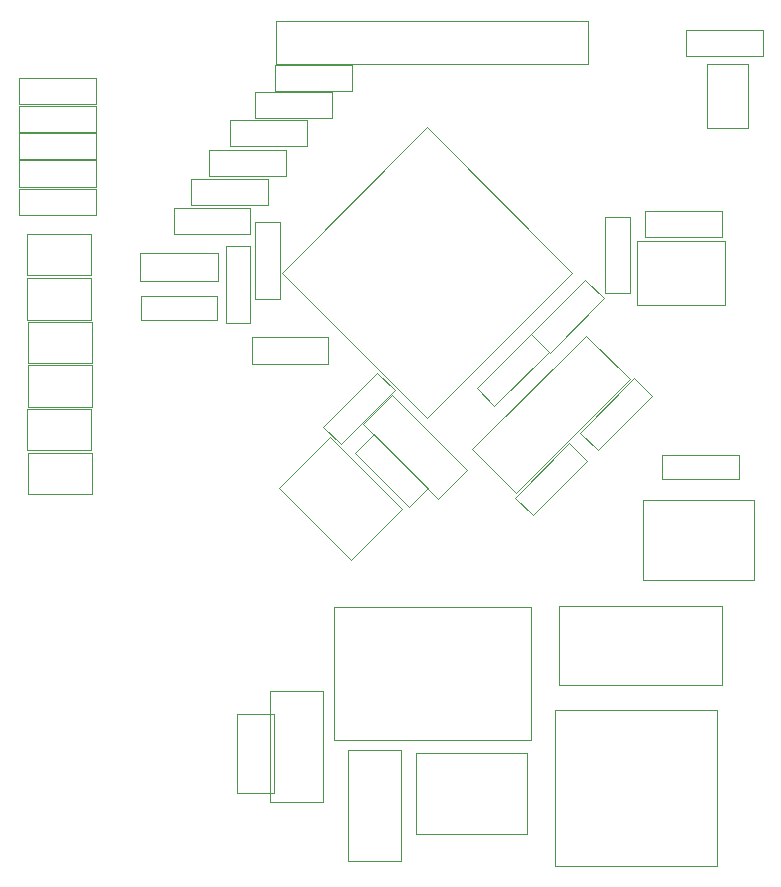
<source format=gbr>
G04 #@! TF.FileFunction,Other,User*
%FSLAX46Y46*%
G04 Gerber Fmt 4.6, Leading zero omitted, Abs format (unit mm)*
G04 Created by KiCad (PCBNEW 4.0.7) date 06/18/18 23:10:02*
%MOMM*%
%LPD*%
G01*
G04 APERTURE LIST*
%ADD10C,0.100000*%
%ADD11C,0.050000*%
G04 APERTURE END LIST*
D10*
D11*
X63954416Y-59750000D02*
X70070889Y-65866474D01*
X70070889Y-65866474D02*
X74419596Y-61517767D01*
X74419596Y-61517767D02*
X68303122Y-55401293D01*
X68303122Y-55401293D02*
X63954416Y-59750000D01*
X95540559Y-51944365D02*
X90944365Y-56540559D01*
X95540559Y-51944365D02*
X94055635Y-50459441D01*
X89459441Y-55055635D02*
X90944365Y-56540559D01*
X89459441Y-55055635D02*
X94055635Y-50459441D01*
X90040559Y-57444365D02*
X85444365Y-62040559D01*
X90040559Y-57444365D02*
X88555635Y-55959441D01*
X83959441Y-60555635D02*
X85444365Y-62040559D01*
X83959441Y-60555635D02*
X88555635Y-55959441D01*
X64050000Y-37250000D02*
X64050000Y-43750000D01*
X64050000Y-37250000D02*
X61950000Y-37250000D01*
X61950000Y-43750000D02*
X64050000Y-43750000D01*
X61950000Y-43750000D02*
X61950000Y-37250000D01*
X80709441Y-51305635D02*
X85305635Y-46709441D01*
X80709441Y-51305635D02*
X82194365Y-52790559D01*
X86790559Y-48194365D02*
X85305635Y-46709441D01*
X86790559Y-48194365D02*
X82194365Y-52790559D01*
X52250000Y-43450000D02*
X58750000Y-43450000D01*
X52250000Y-43450000D02*
X52250000Y-45550000D01*
X58750000Y-45550000D02*
X58750000Y-43450000D01*
X58750000Y-45550000D02*
X52250000Y-45550000D01*
X59450000Y-45750000D02*
X59450000Y-39250000D01*
X59450000Y-45750000D02*
X61550000Y-45750000D01*
X61550000Y-39250000D02*
X59450000Y-39250000D01*
X61550000Y-39250000D02*
X61550000Y-45750000D01*
X85000000Y-89000000D02*
X75600000Y-89000000D01*
X85000000Y-89000000D02*
X85000000Y-82200000D01*
X75600000Y-82200000D02*
X75600000Y-89000000D01*
X75600000Y-82200000D02*
X85000000Y-82200000D01*
X93650000Y-36750000D02*
X93650000Y-43250000D01*
X93650000Y-36750000D02*
X91550000Y-36750000D01*
X91550000Y-43250000D02*
X93650000Y-43250000D01*
X91550000Y-43250000D02*
X91550000Y-36750000D01*
X73790559Y-51444365D02*
X69194365Y-56040559D01*
X73790559Y-51444365D02*
X72305635Y-49959441D01*
X67709441Y-54555635D02*
X69194365Y-56040559D01*
X67709441Y-54555635D02*
X72305635Y-49959441D01*
X104150000Y-67550000D02*
X94750000Y-67550000D01*
X104150000Y-67550000D02*
X104150000Y-60750000D01*
X94750000Y-60750000D02*
X94750000Y-67550000D01*
X94750000Y-60750000D02*
X104150000Y-60750000D01*
X102900000Y-59000000D02*
X96400000Y-59000000D01*
X102900000Y-59000000D02*
X102900000Y-56900000D01*
X96400000Y-56900000D02*
X96400000Y-59000000D01*
X96400000Y-56900000D02*
X102900000Y-56900000D01*
X42700000Y-56750000D02*
X48100000Y-56750000D01*
X48100000Y-56750000D02*
X48100000Y-60250000D01*
X48100000Y-60250000D02*
X42700000Y-60250000D01*
X42700000Y-60250000D02*
X42700000Y-56750000D01*
X42700000Y-45650000D02*
X48100000Y-45650000D01*
X48100000Y-45650000D02*
X48100000Y-49150000D01*
X48100000Y-49150000D02*
X42700000Y-49150000D01*
X42700000Y-49150000D02*
X42700000Y-45650000D01*
X42675000Y-53025000D02*
X48075000Y-53025000D01*
X48075000Y-53025000D02*
X48075000Y-56525000D01*
X48075000Y-56525000D02*
X42675000Y-56525000D01*
X42675000Y-56525000D02*
X42675000Y-53025000D01*
X42675000Y-41975000D02*
X48075000Y-41975000D01*
X48075000Y-41975000D02*
X48075000Y-45475000D01*
X48075000Y-45475000D02*
X42675000Y-45475000D01*
X42675000Y-45475000D02*
X42675000Y-41975000D01*
X42700000Y-49350000D02*
X48100000Y-49350000D01*
X48100000Y-49350000D02*
X48100000Y-52850000D01*
X48100000Y-52850000D02*
X42700000Y-52850000D01*
X42700000Y-52850000D02*
X42700000Y-49350000D01*
X42675000Y-38225000D02*
X48075000Y-38225000D01*
X48075000Y-38225000D02*
X48075000Y-41725000D01*
X48075000Y-41725000D02*
X42675000Y-41725000D01*
X42675000Y-41725000D02*
X42675000Y-38225000D01*
X63200000Y-86300000D02*
X63200000Y-76900000D01*
X63200000Y-76900000D02*
X67700000Y-76900000D01*
X67700000Y-76900000D02*
X67700000Y-86300000D01*
X67700000Y-86300000D02*
X63200000Y-86300000D01*
X69800000Y-91300000D02*
X69800000Y-81900000D01*
X69800000Y-81900000D02*
X74300000Y-81900000D01*
X74300000Y-81900000D02*
X74300000Y-91300000D01*
X74300000Y-91300000D02*
X69800000Y-91300000D01*
X87700000Y-69700000D02*
X101500000Y-69700000D01*
X101500000Y-69700000D02*
X101500000Y-76400000D01*
X101500000Y-76400000D02*
X87700000Y-76400000D01*
X87700000Y-76400000D02*
X87700000Y-69700000D01*
X77444544Y-60669417D02*
X71080583Y-54305456D01*
X71080583Y-54305456D02*
X73555456Y-51830583D01*
X73555456Y-51830583D02*
X79919417Y-58194544D01*
X79919417Y-58194544D02*
X77444544Y-60669417D01*
X103675000Y-23875000D02*
X103675000Y-29275000D01*
X103675000Y-29275000D02*
X100175000Y-29275000D01*
X100175000Y-29275000D02*
X100175000Y-23875000D01*
X100175000Y-23875000D02*
X103675000Y-23875000D01*
X60420000Y-85550000D02*
X60420000Y-78850000D01*
X60420000Y-85550000D02*
X63580000Y-85550000D01*
X63580000Y-78850000D02*
X60420000Y-78850000D01*
X63580000Y-78850000D02*
X63580000Y-85550000D01*
X63700000Y-23800000D02*
X90150000Y-23800000D01*
X90150000Y-23800000D02*
X90150000Y-20200000D01*
X90150000Y-20200000D02*
X63700000Y-20200000D01*
X63700000Y-20200000D02*
X63700000Y-23800000D01*
X52200000Y-39800000D02*
X58800000Y-39800000D01*
X52200000Y-42200000D02*
X58800000Y-42200000D01*
X52200000Y-39800000D02*
X52200000Y-42200000D01*
X58800000Y-39800000D02*
X58800000Y-42200000D01*
X87340000Y-78500000D02*
X101060000Y-78500000D01*
X101060000Y-78500000D02*
X101060000Y-91700000D01*
X101060000Y-91700000D02*
X87340000Y-91700000D01*
X87340000Y-91700000D02*
X87340000Y-78500000D01*
X55050000Y-35990000D02*
X61550000Y-35990000D01*
X55050000Y-35990000D02*
X55050000Y-38200000D01*
X61550000Y-38200000D02*
X61550000Y-35990000D01*
X61550000Y-38200000D02*
X55050000Y-38200000D01*
X59850000Y-28590000D02*
X66350000Y-28590000D01*
X59850000Y-28590000D02*
X59850000Y-30800000D01*
X66350000Y-30800000D02*
X66350000Y-28590000D01*
X66350000Y-30800000D02*
X59850000Y-30800000D01*
X56550000Y-33590000D02*
X63050000Y-33590000D01*
X56550000Y-33590000D02*
X56550000Y-35800000D01*
X63050000Y-35800000D02*
X63050000Y-33590000D01*
X63050000Y-35800000D02*
X56550000Y-35800000D01*
X61950000Y-26190000D02*
X68450000Y-26190000D01*
X61950000Y-26190000D02*
X61950000Y-28400000D01*
X68450000Y-28400000D02*
X68450000Y-26190000D01*
X68450000Y-28400000D02*
X61950000Y-28400000D01*
X58050000Y-31090000D02*
X64550000Y-31090000D01*
X58050000Y-31090000D02*
X58050000Y-33300000D01*
X64550000Y-33300000D02*
X64550000Y-31090000D01*
X64550000Y-33300000D02*
X58050000Y-33300000D01*
X63650000Y-23890000D02*
X70150000Y-23890000D01*
X63650000Y-23890000D02*
X63650000Y-26100000D01*
X70150000Y-26100000D02*
X70150000Y-23890000D01*
X70150000Y-26100000D02*
X63650000Y-26100000D01*
X91482986Y-43686791D02*
X86886791Y-48282986D01*
X91482986Y-43686791D02*
X89920280Y-42124086D01*
X85324086Y-46720280D02*
X86886791Y-48282986D01*
X85324086Y-46720280D02*
X89920280Y-42124086D01*
X61650000Y-46990000D02*
X68150000Y-46990000D01*
X61650000Y-46990000D02*
X61650000Y-49200000D01*
X68150000Y-49200000D02*
X68150000Y-46990000D01*
X68150000Y-49200000D02*
X61650000Y-49200000D01*
X48450000Y-36610000D02*
X41950000Y-36610000D01*
X48450000Y-36610000D02*
X48450000Y-34400000D01*
X41950000Y-34400000D02*
X41950000Y-36610000D01*
X41950000Y-34400000D02*
X48450000Y-34400000D01*
X48450000Y-34210000D02*
X41950000Y-34210000D01*
X48450000Y-34210000D02*
X48450000Y-32000000D01*
X41950000Y-32000000D02*
X41950000Y-34210000D01*
X41950000Y-32000000D02*
X48450000Y-32000000D01*
X48450000Y-31910000D02*
X41950000Y-31910000D01*
X48450000Y-31910000D02*
X48450000Y-29700000D01*
X41950000Y-29700000D02*
X41950000Y-31910000D01*
X41950000Y-29700000D02*
X48450000Y-29700000D01*
X48450000Y-29610000D02*
X41950000Y-29610000D01*
X48450000Y-29610000D02*
X48450000Y-27400000D01*
X41950000Y-27400000D02*
X41950000Y-29610000D01*
X41950000Y-27400000D02*
X48450000Y-27400000D01*
X48450000Y-27210000D02*
X41950000Y-27210000D01*
X48450000Y-27210000D02*
X48450000Y-25000000D01*
X41950000Y-25000000D02*
X41950000Y-27210000D01*
X41950000Y-25000000D02*
X48450000Y-25000000D01*
X101450000Y-38510000D02*
X94950000Y-38510000D01*
X101450000Y-38510000D02*
X101450000Y-36300000D01*
X94950000Y-36300000D02*
X94950000Y-38510000D01*
X94950000Y-36300000D02*
X101450000Y-36300000D01*
X75013209Y-61332986D02*
X70417014Y-56736791D01*
X75013209Y-61332986D02*
X76575914Y-59770280D01*
X71979720Y-55174086D02*
X70417014Y-56736791D01*
X71979720Y-55174086D02*
X76575914Y-59770280D01*
X98425000Y-20965000D02*
X104925000Y-20965000D01*
X98425000Y-20965000D02*
X98425000Y-23175000D01*
X104925000Y-23175000D02*
X104925000Y-20965000D01*
X104925000Y-23175000D02*
X98425000Y-23175000D01*
X64196342Y-41500000D02*
X76500000Y-53803658D01*
X76500000Y-29196342D02*
X88803658Y-41500000D01*
X64196342Y-41500000D02*
X76500000Y-29196342D01*
X76500000Y-53803658D02*
X88803658Y-41500000D01*
X85270000Y-81100000D02*
X85270000Y-69800000D01*
X85270000Y-69800000D02*
X68630000Y-69800000D01*
X68630000Y-69800000D02*
X68630000Y-81100000D01*
X68630000Y-81100000D02*
X85270000Y-81100000D01*
X94270000Y-38800000D02*
X94270000Y-44200000D01*
X101730000Y-38800000D02*
X101730000Y-44200000D01*
X94270000Y-38800000D02*
X101730000Y-38800000D01*
X94270000Y-44200000D02*
X101730000Y-44200000D01*
X93646804Y-50530152D02*
X89969848Y-46853196D01*
X89969848Y-46853196D02*
X80353196Y-56469848D01*
X80353196Y-56469848D02*
X84030152Y-60146804D01*
X84030152Y-60146804D02*
X93646804Y-50530152D01*
M02*

</source>
